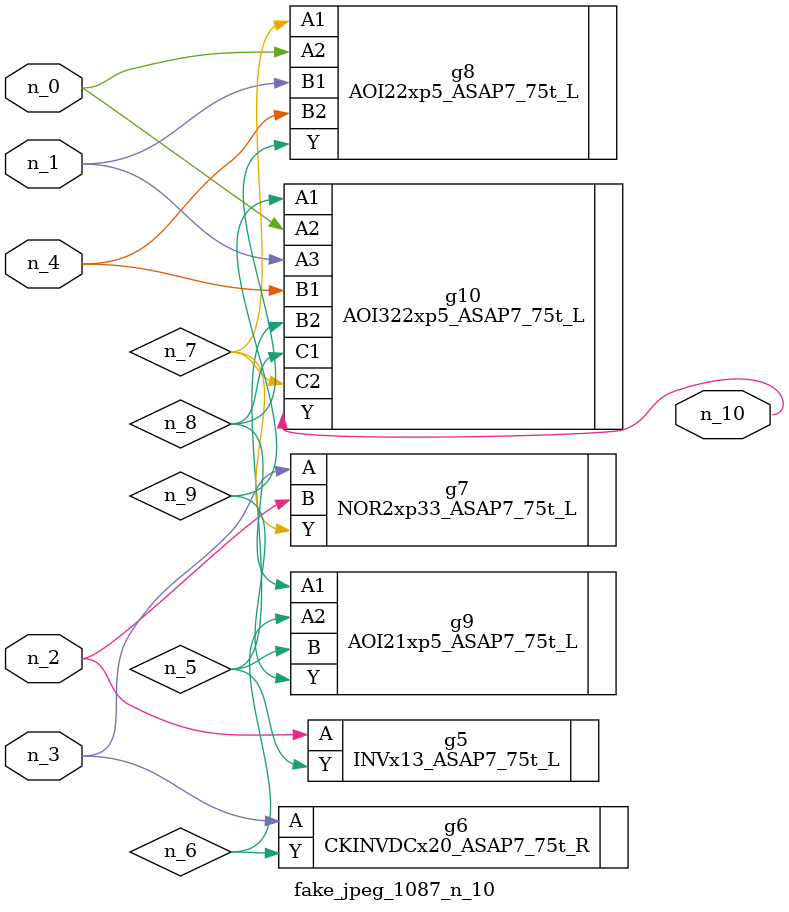
<source format=v>
module fake_jpeg_1087_n_10 (n_3, n_2, n_1, n_0, n_4, n_10);

input n_3;
input n_2;
input n_1;
input n_0;
input n_4;

output n_10;

wire n_8;
wire n_9;
wire n_6;
wire n_5;
wire n_7;

INVx13_ASAP7_75t_L g5 ( 
.A(n_2),
.Y(n_5)
);

CKINVDCx20_ASAP7_75t_R g6 ( 
.A(n_3),
.Y(n_6)
);

NOR2xp33_ASAP7_75t_L g7 ( 
.A(n_3),
.B(n_2),
.Y(n_7)
);

AOI22xp5_ASAP7_75t_L g8 ( 
.A1(n_7),
.A2(n_0),
.B1(n_1),
.B2(n_4),
.Y(n_8)
);

AOI21xp5_ASAP7_75t_L g9 ( 
.A1(n_8),
.A2(n_6),
.B(n_5),
.Y(n_9)
);

AOI322xp5_ASAP7_75t_L g10 ( 
.A1(n_9),
.A2(n_0),
.A3(n_1),
.B1(n_4),
.B2(n_5),
.C1(n_8),
.C2(n_7),
.Y(n_10)
);


endmodule
</source>
